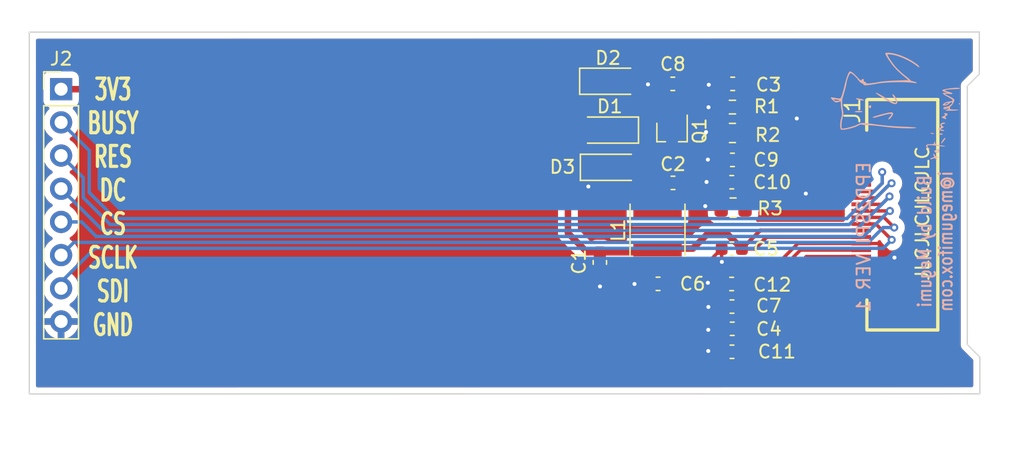
<source format=kicad_pcb>
(kicad_pcb (version 20210108) (generator pcbnew)
  (title_block (title "epd2spi") (date "2021-01-12") (rev "v 1.0") (company "megumi"))
  (layers (0 "F.Cu" signal) (31 "B.Cu" signal) (34 "B.Paste" user) (35 "F.Paste" user) (36 "B.SilkS" user "B.Silkscreen") (37 "F.SilkS" user "F.Silkscreen") (38 "B.Mask" user) (39 "F.Mask" user) (44 "Edge.Cuts" user))
  (net 0 "")
  (net 1 "GND")
  (net 2 "+3V3")
  (net 3 "Net-(C2-Pad2)")
  (net 4 "Net-(C2-Pad1)")
  (net 5 "/EPD_PREVGH")
  (net 6 "Net-(C4-Pad2)")
  (net 7 "Net-(C6-Pad1)")
  (net 8 "Net-(C7-Pad2)")
  (net 9 "/EPD_PREVGL")
  (net 10 "Net-(C9-Pad2)")
  (net 11 "Net-(C10-Pad2)")
  (net 12 "/EPD_VCOM")
  (net 13 "Net-(C12-Pad1)")
  (net 14 "EPD_SDI")
  (net 15 "EPD_SCLK")
  (net 16 "EPD_CS")
  (net 17 "EPD_DC")
  (net 18 "EPD_RES")
  (net 19 "EPD_BUSY")
  (net 20 "Net-(J1-Pad8)")
  (net 21 "no_connect_25")
  (net 22 "no_connect_24")
  (net 23 "/EPD_RESE")
  (net 24 "/EPD_GDR")
  (net 25 "no_connect_23")
  (footprint "Resistor_SMD:R_0603_1608Metric" (layer "F.Cu") (at 154.53 84.6 180)
    (fp_text reference "R1" (at -2.615 0.05) (layer "F.SilkS"))
    (fp_text value "10K")
    (fp_line (start -0.237258 0.5225) (end 0.237258 0.5225) (layer "F.SilkS") (width 0.12))
    (fp_line (start -0.237258 -0.5225) (end 0.237258 -0.5225) (layer "F.SilkS") (width 0.12))
    (pad "1" smd roundrect (at -0.825 0 180) (size 0.8 0.95) (layers "F.Cu" "F.Paste" "F.Mask") (net 24 "/EPD_GDR"))
    (pad "2" smd roundrect (at 0.825 0 180) (size 0.8 0.95) (layers "F.Cu" "F.Paste" "F.Mask") (net 1 "GND"))
  )
  (footprint "Diode_SMD:D_SOD-123" (layer "F.Cu") (at 145.15 89.21)
    (fp_text reference "D3" (at -3.62 -0.03) (layer "F.SilkS"))
    (fp_text value "MBR0530")
    (fp_line (start -2.25 1) (end 1.65 1) (layer "F.SilkS") (width 0.12))
    (fp_line (start -2.25 -1) (end -2.25 1) (layer "F.SilkS") (width 0.12))
    (fp_line (start -2.25 -1) (end 1.65 -1) (layer "F.SilkS") (width 0.12))
    (pad "1" smd rect (at -1.65 0) (size 0.9 1.2) (layers "F.Cu" "F.Paste" "F.Mask") (net 1 "GND"))
    (pad "2" smd rect (at 1.65 0) (size 0.9 1.2) (layers "F.Cu" "F.Paste" "F.Mask") (net 4 "Net-(C2-Pad1)"))
  )
  (footprint "epd:FPC-SMD_24P-L17.5-W5.4-P0.50" (layer "F.Cu") (at 165.51 92.79 90)
    (fp_text reference "J1" (at 6.83 -1.8 90) (layer "F.SilkS") (effects (font (size 1.143 1.143) (thickness 0.152)) (justify left)))
    (fp_text value "EPD_FPC" hide)
    (fp_line (start -8.872 -0.627) (end -8.872 4.723) (layer "F.SilkS") (width 0.254))
    (fp_line (start 8.77 -0.628) (end 8.77 4.722) (layer "F.SilkS") (width 0.254))
    (fp_line (start -6.570786 -0.698735) (end -8.870786 -0.698735) (layer "F.SilkS") (width 0.25))
    (fp_line (start -8.872 4.722) (end 8.77 4.722) (layer "F.SilkS") (width 0.254))
    (fp_line (start 8.7238 -0.7112) (end 6.4238 -0.7112) (layer "F.SilkS") (width 0.25))
    (pad "1" smd rect (at 5.745 -1.129 270) (size 0.3 1.5) (layers "F.Cu" "F.Paste" "F.Mask") (net 25 "no_connect_23"))
    (pad "2" smd rect (at 5.245 -1.129 270) (size 0.3 1.5) (layers "F.Cu" "F.Paste" "F.Mask") (net 24 "/EPD_GDR"))
    (pad "3" smd rect (at 4.746 -1.129 270) (size 0.3 1.5) (layers "F.Cu" "F.Paste" "F.Mask") (net 23 "/EPD_RESE"))
    (pad "4" smd rect (at 4.245 -1.129 270) (size 0.3 1.5) (layers "F.Cu" "F.Paste" "F.Mask") (net 10 "Net-(C9-Pad2)"))
    (pad "5" smd rect (at 3.746 -1.129 270) (size 0.3 1.5) (layers "F.Cu" "F.Paste" "F.Mask") (net 11 "Net-(C10-Pad2)"))
    (pad "6" smd rect (at 3.245 -1.129 270) (size 0.3 1.5) (layers "F.Cu" "F.Paste" "F.Mask") (net 22 "no_connect_24"))
    (pad "7" smd rect (at 2.746 -1.129 270) (size 0.3 1.5) (layers "F.Cu" "F.Paste" "F.Mask") (net 21 "no_connect_25"))
    (pad "8" smd rect (at 2.245 -1.129 270) (size 0.3 1.5) (layers "F.Cu" "F.Paste" "F.Mask") (net 20 "Net-(J1-Pad8)"))
    (pad "9" smd rect (at 1.746 -1.129 270) (size 0.3 1.5) (layers "F.Cu" "F.Paste" "F.Mask") (net 19 "EPD_BUSY"))
    (pad "10" smd rect (at 1.245 -1.129 270) (size 0.3 1.5) (layers "F.Cu" "F.Paste" "F.Mask") (net 18 "EPD_RES"))
    (pad "11" smd rect (at 0.746 -1.129 270) (size 0.3 1.5) (layers "F.Cu" "F.Paste" "F.Mask") (net 17 "EPD_DC"))
    (pad "12" smd rect (at 0.245 -1.129 270) (size 0.3 1.5) (layers "F.Cu" "F.Paste" "F.Mask") (net 16 "EPD_CS"))
    (pad "13" smd rect (at -0.254 -1.129 270) (size 0.3 1.5) (layers "F.Cu" "F.Paste" "F.Mask") (net 15 "EPD_SCLK"))
    (pad "14" smd rect (at -0.755 -1.129 270) (size 0.3 1.5) (layers "F.Cu" "F.Paste" "F.Mask") (net 14 "EPD_SDI"))
    (pad "15" smd rect (at -1.251 -1.13 270) (size 0.3 1.5) (layers "F.Cu" "F.Paste" "F.Mask") (net 2 "+3V3"))
    (pad "16" smd rect (at -1.754 -1.13 270) (size 0.3 1.5) (layers "F.Cu" "F.Paste" "F.Mask") (net 2 "+3V3"))
    (pad "17" smd rect (at -2.254 -1.128 270) (size 0.3 1.5) (layers "F.Cu" "F.Paste" "F.Mask") (net 1 "GND"))
    (pad "18" smd rect (at -2.754 -1.129 270) (size 0.3 1.5) (layers "F.Cu" "F.Paste" "F.Mask") (net 7 "Net-(C6-Pad1)"))
    (pad "19" smd rect (at -3.254 -1.129 270) (size 0.3 1.5) (layers "F.Cu" "F.Paste" "F.Mask") (net 13 "Net-(C12-Pad1)"))
    (pad "20" smd rect (at -3.756 -1.132 270) (size 0.3 1.5) (layers "F.Cu" "F.Paste" "F.Mask") (net 8 "Net-(C7-Pad2)"))
    (pad "21" smd rect (at -4.256 -1.132 270) (size 0.3 1.5) (layers "F.Cu" "F.Paste" "F.Mask") (net 5 "/EPD_PREVGH"))
    (pad "22" smd rect (at -4.756 -1.132 270) (size 0.3 1.5) (layers "F.Cu" "F.Paste" "F.Mask") (net 6 "Net-(C4-Pad2)"))
    (pad "23" smd rect (at -5.256 -1.132 270) (size 0.3 1.5) (layers "F.Cu" "F.Paste" "F.Mask") (net 9 "/EPD_PREVGL"))
    (pad "24" smd rect (at -5.756 -1.132 270) (size 0.3 1.5) (layers "F.Cu" "F.Paste" "F.Mask") (net 12 "/EPD_VCOM"))
    (pad "25" smd rect (at -7.401 1.132 90) (size 2 3) (layers "F.Cu" "F.Paste" "F.Mask"))
    (pad "26" smd rect (at 7.401 1.125 270) (size 2 3) (layers "F.Cu" "F.Paste" "F.Mask"))
  )
  (footprint "Capacitor_SMD:C_0603_1608Metric" (layer "F.Cu") (at 154.53 88.64)
    (fp_text reference "C9" (at 2.58 0) (layer "F.SilkS"))
    (fp_text value "4.7uF")
    (fp_line (start -0.14058 -0.51) (end 0.14058 -0.51) (layer "F.SilkS") (width 0.12))
    (fp_line (start -0.14058 0.51) (end 0.14058 0.51) (layer "F.SilkS") (width 0.12))
    (pad "1" smd roundrect (at -0.775 0) (size 0.9 0.95) (layers "F.Cu" "F.Paste" "F.Mask") (net 1 "GND"))
    (pad "2" smd roundrect (at 0.775 0) (size 0.9 0.95) (layers "F.Cu" "F.Paste" "F.Mask") (net 10 "Net-(C9-Pad2)"))
  )
  (footprint "Inductor_SMD:L_Taiyo-Yuden_MD-4040" (layer "F.Cu") (at 148.8 94.03 90)
    (fp_text reference "L1" (at 0 -3 90) (layer "F.SilkS"))
    (fp_text value "10uH")
    (fp_line (start -2 -2.1) (end 2 -2.1) (layer "F.SilkS") (width 0.12))
    (fp_line (start -2 2.1) (end 2 2.1) (layer "F.SilkS") (width 0.12))
    (pad "1" smd rect (at -1.4 0 90) (size 1.2 3.7) (layers "F.Cu" "F.Paste" "F.Mask") (net 2 "+3V3"))
    (pad "2" smd rect (at 1.4 0 90) (size 1.2 3.7) (layers "F.Cu" "F.Paste" "F.Mask") (net 3 "Net-(C2-Pad2)"))
  )
  (footprint "Diode_SMD:D_SOD-123" (layer "F.Cu") (at 145.095 82.62)
    (fp_text reference "D2" (at -0.08 -1.78) (layer "F.SilkS"))
    (fp_text value "MBR0530")
    (fp_line (start -2.25 -1) (end 1.65 -1) (layer "F.SilkS") (width 0.12))
    (fp_line (start -2.25 -1) (end -2.25 1) (layer "F.SilkS") (width 0.12))
    (fp_line (start -2.25 1) (end 1.65 1) (layer "F.SilkS") (width 0.12))
    (pad "1" smd rect (at -1.65 0) (size 0.9 1.2) (layers "F.Cu" "F.Paste" "F.Mask") (net 4 "Net-(C2-Pad1)"))
    (pad "2" smd rect (at 1.65 0) (size 0.9 1.2) (layers "F.Cu" "F.Paste" "F.Mask") (net 9 "/EPD_PREVGL"))
  )
  (footprint "Resistor_SMD:R_0805_2012Metric" (layer "F.Cu") (at 154.58 92.29)
    (fp_text reference "R3" (at 2.8325 0.07) (layer "F.SilkS"))
    (fp_text value "3")
    (fp_line (start -0.227064 0.735) (end 0.227064 0.735) (layer "F.SilkS") (width 0.12))
    (fp_line (start -0.227064 -0.735) (end 0.227064 -0.735) (layer "F.SilkS") (width 0.12))
    (pad "1" smd roundrect (at -0.9125 0) (size 1.025 1.4) (layers "F.Cu" "F.Paste" "F.Mask") (roundrect_rratio 0.243902) (net 1 "GND"))
    (pad "2" smd roundrect (at 0.9125 0) (size 1.025 1.4) (layers "F.Cu" "F.Paste" "F.Mask") (roundrect_rratio 0.243902) (net 20 "Net-(J1-Pad8)"))
  )
  (footprint "Connector_PinHeader_2.54mm:PinHeader_1x08_P2.54mm_Vertical" (layer "F.Cu") (at 103.19 83.23)
    (fp_text reference "J2" (at 0 -2.33) (layer "F.SilkS"))
    (fp_text value "Conn_01x08")
    (fp_line (start -1.33 1.27) (end -1.33 19.11) (layer "F.SilkS") (width 0.12))
    (fp_line (start -1.33 19.11) (end 1.33 19.11) (layer "F.SilkS") (width 0.12))
    (fp_line (start -1.33 -1.33) (end 0 -1.33) (layer "F.SilkS") (width 0.12))
    (fp_line (start 1.33 1.27) (end 1.33 19.11) (layer "F.SilkS") (width 0.12))
    (fp_line (start -1.33 0) (end -1.33 -1.33) (layer "F.SilkS") (width 0.12))
    (fp_line (start -1.33 1.27) (end 1.33 1.27) (layer "F.SilkS") (width 0.12))
    (pad "1" thru_hole rect (at 0 0) (size 1.7 1.7) (drill 1) (layers *.Cu *.Mask) (net 2 "+3V3"))
    (pad "2" thru_hole oval (at 0 2.54) (size 1.7 1.7) (drill 1) (layers *.Cu *.Mask) (net 19 "EPD_BUSY"))
    (pad "3" thru_hole oval (at 0 5.08) (size 1.7 1.7) (drill 1) (layers *.Cu *.Mask) (net 18 "EPD_RES"))
    (pad "4" thru_hole oval (at 0 7.62) (size 1.7 1.7) (drill 1) (layers *.Cu *.Mask) (net 17 "EPD_DC"))
    (pad "5" thru_hole oval (at 0 10.16) (size 1.7 1.7) (drill 1) (layers *.Cu *.Mask) (net 16 "EPD_CS"))
    (pad "6" thru_hole oval (at 0 12.7) (size 1.7 1.7) (drill 1) (layers *.Cu *.Mask) (net 15 "EPD_SCLK"))
    (pad "7" thru_hole oval (at 0 15.24) (size 1.7 1.7) (drill 1) (layers *.Cu *.Mask) (net 14 "EPD_SDI"))
    (pad "8" thru_hole oval (at 0 17.78) (size 1.7 1.7) (drill 1) (layers *.Cu *.Mask) (net 1 "GND"))
  )
  (footprint "Resistor_SMD:R_0805_2012Metric" (layer "F.Cu") (at 154.53 86.58 180)
    (fp_text reference "R2" (at -2.7 -0.16 180) (layer "F.SilkS"))
    (fp_text value "0.47")
    (fp_line (start -0.227064 0.735) (end 0.227064 0.735) (layer "F.SilkS") (width 0.12))
    (fp_line (start -0.227064 -0.735) (end 0.227064 -0.735) (layer "F.SilkS") (width 0.12))
    (pad "1" smd roundrect (at -0.9125 0 180) (size 1.025 1.4) (layers "F.Cu" "F.Paste" "F.Mask") (roundrect_rratio 0.243902) (net 23 "/EPD_RESE"))
    (pad "2" smd roundrect (at 0.9125 0 180) (size 1.025 1.4) (layers "F.Cu" "F.Paste" "F.Mask") (roundrect_rratio 0.243902) (net 1 "GND"))
  )
  (footprint "Capacitor_SMD:C_0603_1608Metric" (layer "F.Cu") (at 154.48 95.44 180)
    (fp_text reference "C5" (at -2.615 -0.02) (layer "F.SilkS"))
    (fp_text value "1uF")
    (fp_line (start -0.14058 -0.51) (end 0.14058 -0.51) (layer "F.SilkS") (width 0.12))
    (fp_line (start -0.14058 0.51) (end 0.14058 0.51) (layer "F.SilkS") (width 0.12))
    (pad "1" smd roundrect (at -0.775 0 180) (size 0.9 0.95) (layers "F.Cu" "F.Paste" "F.Mask") (net 2 "+3V3"))
    (pad "2" smd roundrect (at 0.775 0 180) (size 0.9 0.95) (layers "F.Cu" "F.Paste" "F.Mask") (net 1 "GND"))
  )
  (footprint "Capacitor_SMD:C_0603_1608Metric" (layer "F.Cu") (at 154.495 99.87)
    (fp_text reference "C7" (at 2.81 -0.06) (layer "F.SilkS"))
    (fp_text value "4.7uF")
    (fp_line (start -0.14058 -0.51) (end 0.14058 -0.51) (layer "F.SilkS") (width 0.12))
    (fp_line (start -0.14058 0.51) (end 0.14058 0.51) (layer "F.SilkS") (width 0.12))
    (pad "1" smd roundrect (at -0.775 0) (size 0.9 0.95) (layers "F.Cu" "F.Paste" "F.Mask") (net 1 "GND"))
    (pad "2" smd roundrect (at 0.775 0) (size 0.9 0.95) (layers "F.Cu" "F.Paste" "F.Mask") (net 8 "Net-(C7-Pad2)"))
  )
  (footprint "Capacitor_SMD:C_0603_1608Metric" (layer "F.Cu") (at 154.47 98.14 180)
    (fp_text reference "C12" (at -3.105 -0.06) (layer "F.SilkS"))
    (fp_text value "1uF")
    (fp_line (start -0.14058 -0.51) (end 0.14058 -0.51) (layer "F.SilkS") (width 0.12))
    (fp_line (start -0.14058 0.51) (end 0.14058 0.51) (layer "F.SilkS") (width 0.12))
    (pad "1" smd roundrect (at -0.775 0 180) (size 0.9 0.95) (layers "F.Cu" "F.Paste" "F.Mask") (net 13 "Net-(C12-Pad1)"))
    (pad "2" smd roundrect (at 0.775 0 180) (size 0.9 0.95) (layers "F.Cu" "F.Paste" "F.Mask") (net 1 "GND"))
  )
  (footprint "Diode_SMD:D_SOD-123" (layer "F.Cu") (at 145.095 86.36 180)
    (fp_text reference "D1" (at -0.05 1.81) (layer "F.SilkS"))
    (fp_text value "MBR0530")
    (fp_line (start -2.25 -1) (end 1.65 -1) (layer "F.SilkS") (width 0.12))
    (fp_line (start -2.25 -1) (end -2.25 1) (layer "F.SilkS") (width 0.12))
    (fp_line (start -2.25 1) (end 1.65 1) (layer "F.SilkS") (width 0.12))
    (pad "1" smd rect (at -1.65 0 180) (size 0.9 1.2) (layers "F.Cu" "F.Paste" "F.Mask") (net 5 "/EPD_PREVGH"))
    (pad "2" smd rect (at 1.65 0 180) (size 0.9 1.2) (layers "F.Cu" "F.Paste" "F.Mask") (net 3 "Net-(C2-Pad2)"))
  )
  (footprint "Capacitor_SMD:C_0603_1608Metric" (layer "F.Cu") (at 148.84 98.13 180)
    (fp_text reference "C6" (at -2.64 0) (layer "F.SilkS"))
    (fp_text value "1uF")
    (fp_line (start -0.14058 -0.51) (end 0.14058 -0.51) (layer "F.SilkS") (width 0.12))
    (fp_line (start -0.14058 0.51) (end 0.14058 0.51) (layer "F.SilkS") (width 0.12))
    (pad "1" smd roundrect (at -0.775 0 180) (size 0.9 0.95) (layers "F.Cu" "F.Paste" "F.Mask") (net 7 "Net-(C6-Pad1)"))
    (pad "2" smd roundrect (at 0.775 0 180) (size 0.9 0.95) (layers "F.Cu" "F.Paste" "F.Mask") (net 1 "GND"))
  )
  (footprint "Capacitor_SMD:C_0603_1608Metric" (layer "F.Cu") (at 149.985 90.4)
    (fp_text reference "C2" (at 0 -1.43) (layer "F.SilkS"))
    (fp_text value "4.7uF")
    (fp_line (start -0.14058 -0.51) (end 0.14058 -0.51) (layer "F.SilkS") (width 0.12))
    (fp_line (start -0.14058 0.51) (end 0.14058 0.51) (layer "F.SilkS") (width 0.12))
    (pad "1" smd roundrect (at -0.775 0) (size 0.9 0.95) (layers "F.Cu" "F.Paste" "F.Mask") (net 4 "Net-(C2-Pad1)"))
    (pad "2" smd roundrect (at 0.775 0) (size 0.9 0.95) (layers "F.Cu" "F.Paste" "F.Mask") (net 3 "Net-(C2-Pad2)"))
  )
  (footprint "Capacitor_SMD:C_0603_1608Metric" (layer "F.Cu") (at 149.97 82.82)
    (fp_text reference "C8" (at 0 -1.51) (layer "F.SilkS"))
    (fp_text value "4.7uF")
    (fp_line (start -0.14058 -0.51) (end 0.14058 -0.51) (layer "F.SilkS") (width 0.12))
    (fp_line (start -0.14058 0.51) (end 0.14058 0.51) (layer "F.SilkS") (width 0.12))
    (pad "1" smd roundrect (at -0.775 0) (size 0.9 0.95) (layers "F.Cu" "F.Paste" "F.Mask") (net 1 "GND"))
    (pad "2" smd roundrect (at 0.775 0) (size 0.9 0.95) (layers "F.Cu" "F.Paste" "F.Mask") (net 9 "/EPD_PREVGL"))
  )
  (footprint "Package_TO_SOT_SMD:SOT-323_SC-70" (layer "F.Cu") (at 149.91 86.52 -90)
    (fp_text reference "Q1" (at -0.09 -2.11 90) (layer "F.SilkS"))
    (fp_text value "SI1308EDL")
    (fp_line (start 0.73 0.5) (end 0.73 1.16) (layer "F.SilkS") (width 0.12))
    (fp_line (start 0.73 -1.16) (end -1.3 -1.16) (layer "F.SilkS") (width 0.12))
    (fp_line (start -0.68 1.16) (end 0.73 1.16) (layer "F.SilkS") (width 0.12))
    (fp_line (start 0.73 -1.16) (end 0.73 -0.5) (layer "F.SilkS") (width 0.12))
    (pad "1" smd rect (at -1 -0.65 180) (size 0.45 0.7) (layers "F.Cu" "F.Paste" "F.Mask") (net 24 "/EPD_GDR"))
    (pad "2" smd rect (at -1 0.65 180) (size 0.45 0.7) (layers "F.Cu" "F.Paste" "F.Mask") (net 23 "/EPD_RESE"))
    (pad "3" smd rect (at 1 0 180) (size 0.45 0.7) (layers "F.Cu" "F.Paste" "F.Mask") (net 3 "Net-(C2-Pad2)"))
  )
  (footprint "Capacitor_SMD:C_0603_1608Metric" (layer "F.Cu") (at 154.55 82.82 180)
    (fp_text reference "C3" (at -2.74 -0.07) (layer "F.SilkS"))
    (fp_text value "4.7uF")
    (fp_line (start -0.14058 0.51) (end 0.14058 0.51) (layer "F.SilkS") (width 0.12))
    (fp_line (start -0.14058 -0.51) (end 0.14058 -0.51) (layer "F.SilkS") (width 0.12))
    (pad "1" smd roundrect (at -0.775 0 180) (size 0.9 0.95) (layers "F.Cu" "F.Paste" "F.Mask") (net 5 "/EPD_PREVGH"))
    (pad "2" smd roundrect (at 0.775 0 180) (size 0.9 0.95) (layers "F.Cu" "F.Paste" "F.Mask") (net 1 "GND"))
  )
  (footprint "Capacitor_SMD:C_0603_1608Metric" (layer "F.Cu") (at 154.495 103.33)
    (fp_text reference "C11" (at 3.43 -0.01) (layer "F.SilkS"))
    (fp_text value "1uF")
    (fp_line (start -0.14058 -0.51) (end 0.14058 -0.51) (layer "F.SilkS") (width 0.12))
    (fp_line (start -0.14058 0.51) (end 0.14058 0.51) (layer "F.SilkS") (width 0.12))
    (pad "1" smd roundrect (at -0.775 0) (size 0.9 0.95) (layers "F.Cu" "F.Paste" "F.Mask") (net 1 "GND"))
    (pad "2" smd roundrect (at 0.775 0) (size 0.9 0.95) (layers "F.Cu" "F.Paste" "F.Mask") (net 12 "/EPD_VCOM"))
  )
  (footprint "megumi:logo_mask" (layer "F.Cu") (at 139.13 100.32)
    (fp_text reference "G***")
    (fp_text value "LOGO" hide)
  )
  (footprint "Capacitor_SMD:C_0603_1608Metric" (layer "F.Cu") (at 154.475 90.35)
    (fp_text reference "C10" (at 3.1 0) (layer "F.SilkS"))
    (fp_text value "4.7uF")
    (fp_line (start -0.14058 0.51) (end 0.14058 0.51) (layer "F.SilkS") (width 0.12))
    (fp_line (start -0.14058 -0.51) (end 0.14058 -0.51) (layer "F.SilkS") (width 0.12))
    (pad "1" smd roundrect (at -0.775 0) (size 0.9 0.95) (layers "F.Cu" "F.Paste" "F.Mask") (net 1 "GND"))
    (pad "2" smd roundrect (at 0.775 0) (size 0.9 0.95) (layers "F.Cu" "F.Paste" "F.Mask") (net 11 "Net-(C10-Pad2)"))
  )
  (footprint "Capacitor_SMD:C_0603_1608Metric" (layer "F.Cu") (at 154.515 101.57)
    (fp_text reference "C4" (at 2.8 0.02) (layer "F.SilkS"))
    (fp_text value "4.7uF")
    (fp_line (start -0.14058 0.51) (end 0.14058 0.51) (layer "F.SilkS") (width 0.12))
    (fp_line (start -0.14058 -0.51) (end 0.14058 -0.51) (layer "F.SilkS") (width 0.12))
    (pad "1" smd roundrect (at -0.775 0) (size 0.9 0.95) (layers "F.Cu" "F.Paste" "F.Mask") (net 1 "GND"))
    (pad "2" smd roundrect (at 0.775 0) (size 0.9 0.95) (layers "F.Cu" "F.Paste" "F.Mask") (net 6 "Net-(C4-Pad2)"))
  )
  (footprint "Capacitor_SMD:C_0603_1608Metric" (layer "F.Cu") (at 144.39 96.49 -90)
    (fp_text reference "C1" (at -0.05 1.6 90) (layer "F.SilkS"))
    (fp_text value "4.7uF")
    (fp_line (start -0.14058 0.51) (end 0.14058 0.51) (layer "F.SilkS") (width 0.12))
    (fp_line (start -0.14058 -0.51) (end 0.14058 -0.51) (layer "F.SilkS") (width 0.12))
    (pad "1" smd roundrect (at -0.775 0 270) (size 0.9 0.95) (layers "F.Cu" "F.Paste" "F.Mask") (net 2 "+3V3"))
    (pad "2" smd roundrect (at 0.775 0 270) (size 0.9 0.95) (layers "F.Cu" "F.Paste" "F.Mask") (net 1 "GND"))
  )
  (footprint "megumi:logo" (layer "B.Cu") (at 166.93 84.89 -90)
    (fp_text reference "G***")
    (fp_text value "LOGO" hide)
    (fp_poly (pts (xy 0.086017 3.00664) (xy 0.106205 2.877008) (xy 0.111159 2.751204) (xy 0.102023 2.583798) (xy 0.078453 2.472764) (xy 0.05558 2.445515) (xy 0.025142 2.495767) (xy 0.004954 2.625399) (xy 0 2.751204) (xy 0.009137 2.91861) (xy 0.032706 3.029643) (xy 0.05558 3.056893)) (layer "B.SilkS") (width 0) (fill solid))
    (fp_poly (pts (xy -0.500856 -4.93403) (xy -0.500219 -4.946608) (xy -0.542946 -5.000052) (xy -0.559079 -5.002188) (xy -0.592273 -4.968138) (xy -0.583589 -4.946608) (xy -0.533644 -4.893586) (xy -0.524729 -4.891028)) (layer "B.SilkS") (width 0) (fill solid))
    (fp_poly (pts (xy 0.524024 -3.6271) (xy 0.528659 -3.640953) (xy 0.585047 -3.785104) (xy 0.615906 -3.848906) (xy 0.637313 -3.927552) (xy 0.588691 -3.94617) (xy 0.502611 -3.904982) (xy 0.486373 -3.876844) (xy 0.449132 -3.861306) (xy 0.396416 -3.932423) (xy 0.312973 -4.041197) (xy 0.232058 -4.043134) (xy 0.203793 -4.020277) (xy 0.170022 -3.938779) (xy 0.174006 -3.840276) (xy 0.211386 -3.781448) (xy 0.222319 -3.779431) (xy 0.271652 -3.825501) (xy 0.282398 -3.876696) (xy 0.304472 -3.891854) (xy 0.355759 -3.820057) (xy 0.390151 -3.752112) (xy 0.455788 -3.62259) (xy 0.495535 -3.584834)) (layer "B.SilkS") (width 0) (fill solid))
    (fp_poly (pts (xy -1.529577 -3.66469) (xy -1.476039 -3.775737) (xy -1.462211 -3.819854) (xy -1.403544 -4.02954) (xy -1.396521 -3.844274) (xy -1.378743 -3.719592) (xy -1.335706 -3.688146) (xy -1.263484 -3.75281) (xy -1.158148 -3.916457) (xy -1.065082 -4.08673) (xy -0.939751 -4.304158) (xy -0.845966 -4.417393) (xy -0.781291 -4.428084) (xy -0.743289 -4.337878) (xy -0.738619 -4.30744) (xy -0.699616 -4.059617) (xy -0.698974 -4.05733) (xy -0.609677 -4.05733) (xy -0.602122 -4.11266) (xy -0.564873 -4.07123) (xy -0.555799 -4.05733) (xy -0.508004 -3.938368) (xy -0.501921 -3.89059) (xy -0.509476 -3.83526) (xy -0.546725 -3.876691) (xy -0.555799 -3.89059) (xy -0.603594 -4.009553) (xy -0.609677 -4.05733) (xy -0.698974 -4.05733) (xy -0.653568 -3.89577) (xy -0.591541 -3.788729) (xy -0.555871 -3.751706) (xy -0.473618 -3.686957) (xy -0.432406 -3.699828) (xy -0.411679 -3.745074) (xy -0.408894 -3.871425) (xy -0.458246 -4.029174) (xy -0.539105 -4.165687) (xy -0.596588 -4.216897) (xy -0.656981 -4.303277) (xy -0.658774 -4.361087) (xy -0.635939 -4.414339) (xy -0.586069 -4.398479) (xy -0.486324 -4.306418) (xy -0.385807 -4.17426) (xy -0.334992 -4.04583) (xy -0.33348 -4.026507) (xy -0.326497 -3.97396) (xy -0.2779 -3.97396) (xy -0.25011 -4.00175) (xy -0.22232 -3.97396) (xy -0.25011 -3.94617) (xy -0.2779 -3.97396) (xy -0.326497 -3.97396) (xy -0.311724 -3.862801) (xy -0.22232 -3.862801) (xy -0.19453 -3.89059) (xy -0.16674 -3.862801) (xy -0.19453 -3.835011) (xy -0.22232 -3.862801) (xy -0.311724 -3.862801) (xy -0.309244 -3.844144) (xy -0.242325 -3.740625) (xy -0.188583 -3.723851) (xy -0.123347 -3.766179) (xy -0.119963 -3.875665) (xy -0.171243 -4.010164) (xy -0.207065 -4.109129) (xy -0.201831 -4.151926) (xy -0.163505 -4.12664) (xy -0.105592 -4.02692) (xy -0.090702 -3.994321) (xy -0.050337 -3.906327) (xy -0.026237 -3.879476) (xy -0.014382 -3.926785) (xy -0.010748 -4.061268) (xy -0.01111 -4.25186) (xy -0.016798 -4.494466) (xy -0.029629 -4.691462) (xy -0.046858 -4.831836) (xy -0.065742 -4.904573) (xy -0.083535 -4.898659) (xy -0.097495 -4.80308) (xy -0.104584 -4.627024) (xy -0.110845 -4.418158) (xy -0.12575 -4.297034) (xy -0.15624 -4.240247) (xy -0.209255 -4.22439) (xy -0.224064 -4.22407) (xy -0.331297 -4.261155) (xy -0.369703 -4.309374) (xy -0.437416 -4.385344) (xy -0.567311 -4.472407) (xy -0.618792 -4.49921) (xy -0.75858 -4.561119) (xy -0.840439 -4.572064) (xy -0.904324 -4.533765) (xy -0.926424 -4.512464) (xy -0.999415 -4.411557) (xy -1.089439 -4.249789) (xy -1.147318 -4.128098) (xy -1.221724 -3.970239) (xy -1.28067 -3.863835) (xy -1.305912 -3.835011) (xy -1.315863 -3.884851) (xy -1.311265 -4.013519) (xy -1.29896 -4.1407) (xy -1.287832 -4.339091) (xy -1.307613 -4.434577) (xy -1.350228 -4.424877) (xy -1.4076 -4.307707) (xy -1.446422 -4.182385) (xy -1.494466 -4.016674) (xy -1.5357 -3.894639) (xy -1.549732 -3.862801) (xy -1.581755 -3.859423) (xy -1.611474 -3.951063) (xy -1.636357 -4.121579) (xy -1.653875 -4.354827) (xy -1.66082 -4.571444) (xy -1.670704 -4.782506) (xy -1.69096 -4.933488) (xy -1.71818 -5.000769) (xy -1.722976 -5.002188) (xy -1.75471 -4.952383) (xy -1.773069 -4.825668) (xy -1.775068 -4.738183) (xy -1.763625 -4.522004) (xy -1.737588 -4.282948) (xy -1.701637 -4.047621) (xy -1.660446 -3.842634) (xy -1.618694 -3.694593) (xy -1.581057 -3.630107) (xy -1.580242 -3.629807)) (layer "B.SilkS") (width 0) (fill solid))
    (fp_poly (pts (xy 2.501094 -3.554811) (xy 2.460753 -3.614901) (xy 2.363397 -3.707409) (xy 2.244529 -3.803133) (xy 2.13965 -3.872868) (xy 2.092893 -3.89059) (xy 2.058514 -3.850314) (xy 2.058564 -3.848906) (xy 2.098105 -3.795691) (xy 2.192392 -3.718029) (xy 2.310087 -3.636746) (xy 2.419853 -3.572666) (xy 2.490353 -3.546616)) (layer "B.SilkS") (width 0) (fill solid))
    (fp_poly (pts (xy 0.525135 1.598338) (xy 0.491956 1.422152) (xy 0.417814 1.145051) (xy 0.391583 1.055529) (xy 0.291538 0.694842) (xy 0.235936 0.435875) (xy 0.224755 0.278467) (xy 0.257969 0.222462) (xy 0.260963 0.22232) (xy 0.322353 0.257341) (xy 0.426172 0.344189) (xy 0.454913 0.371113) (xy 0.563202 0.455928) (xy 0.640767 0.483128) (xy 0.652445 0.477679) (xy 0.644661 0.418347) (xy 0.569788 0.327514) (xy 0.456719 0.22975) (xy 0.334347 0.149624) (xy 0.231565 0.111708) (xy 0.221442 0.11116) (xy 0.144224 0.13427) (xy 0.114012 0.223071) (xy 0.111159 0.298513) (xy 0.125191 0.4128) (xy 0.162537 0.596858) (xy 0.216077 0.823727) (xy 0.278689 1.066449) (xy 0.343252 1.298066) (xy 0.402646 1.491618) (xy 0.449748 1.620148) (xy 0.46955 1.655254) (xy 0.517587 1.675431)) (layer "B.SilkS") (width 0) (fill solid))
    (fp_poly (pts (xy 1.702599 -2.74354) (xy 1.719759 -2.758327) (xy 1.761462 -2.854997) (xy 1.763438 -2.980647) (xy 1.744713 -3.067052) (xy 1.731227 -3.062258) (xy 1.730544 -3.056892) (xy 1.710317 -2.938968) (xy 1.686865 -2.834573) (xy 1.672335 -2.743229)) (layer "B.SilkS") (width 0) (fill solid))
    (fp_poly (pts (xy 3.709174 -2.763444) (xy 3.695702 -2.820678) (xy 3.635232 -2.992201) (xy 3.630915 -3.091615) (xy 3.68232 -3.142495) (xy 3.689755 -3.145533) (xy 3.767159 -3.200856) (xy 3.779431 -3.231534) (xy 3.739642 -3.251092) (xy 3.671961 -3.225607) (xy 3.592356 -3.199679) (xy 3.554325 -3.253255) (xy 3.541339 -3.320916) (xy 3.525168 -3.416512) (xy 3.516657 -3.410108) (xy 3.509874 -3.297169) (xy 3.509859 -3.296852) (xy 3.473938 -3.148336) (xy 3.390372 -3.084682) (xy 3.300548 -3.034783) (xy 3.279212 -2.997567) (xy 3.301497 -2.95012) (xy 3.38224 -2.969355) (xy 3.442976 -2.99972) (xy 3.517487 -3.020583) (xy 3.558862 -2.962881) (xy 3.576883 -2.888561) (xy 3.618446 -2.772349) (xy 3.672339 -2.723418) (xy 3.672828 -2.723413)) (layer "B.SilkS") (width 0) (fill solid))
    (fp_poly (pts (xy -0.973805 4.865688) (xy -0.874149 4.785097) (xy -0.804242 4.714052) (xy -0.69316 4.582595) (xy -0.648326 4.485523) (xy -0.655207 4.380863) (xy -0.669735 4.325548) (xy -0.705107 4.198518) (xy -0.72224 4.129731) (xy -0.722539 4.127172) (xy -0.673203 4.118191) (xy -0.55015 4.113244) (xy -0.502955 4.112911) (xy -0.310269 4.100422) (xy -0.086328 4.069034) (xy -0.007071 4.053655) (xy 0.206528 4.022987) (xy 0.390305 4.041711) (xy 0.525616 4.081445) (xy 0.732668 4.133219) (xy 0.958824 4.161278) (xy 1.172019 4.164999) (xy 1.340188 4.143758) (xy 1.42973 4.099016) (xy 1.448794 4.003828) (xy 1.436504 3.831643) (xy 1.399017 3.610105) (xy 1.342492 3.366855) (xy 1.273088 3.129535) (xy 1.196962 2.925789) (xy 1.145148 2.821629) (xy 1.070651 2.674574) (xy 1.037129 2.566324) (xy 1.042215 2.533413) (xy 1.063163 2.46081) (xy 1.079194 2.308855) (xy 1.087054 2.109341) (xy 1.087223 2.093499) (xy 1.096049 1.897535) (xy 1.118104 1.621799) (xy 1.150508 1.296504) (xy 1.190382 0.951865) (xy 1.212277 0.781304) (xy 1.249838 0.4586) (xy 1.28137 0.108912) (xy 1.306356 -0.250765) (xy 1.32428 -0.603435) (xy 1.334623 -0.932103) (xy 1.33687 -1.219773) (xy 1.330503 -1.449449) (xy 1.315005 -1.604136) (xy 1.289858 -1.666839) (xy 1.286776 -1.667396) (xy 1.270477 -1.614656) (xy 1.252959 -1.467738) (xy 1.235518 -1.243595) (xy 1.219451 -0.959181) (xy 1.206054 -0.631449) (xy 1.204929 -0.597483) (xy 1.174187 0.023012) (xy 1.123773 0.650758) (xy 1.05805 1.2343) (xy 1.036519 1.389497) (xy 0.980655 1.783955) (xy 0.943301 2.086393) (xy 0.924596 2.314424) (xy 0.924676 2.485657) (xy 0.943679 2.617705) (xy 0.98174 2.728179) (xy 1.038998 2.834689) (xy 1.047879 2.849196) (xy 1.105872 2.97346) (xy 1.170415 3.158329) (xy 1.234515 3.376213) (xy 1.291179 3.599522) (xy 1.333413 3.800664) (xy 1.354224 3.952049) (xy 1.34662 4.026086) (xy 1.346269 4.026452) (xy 1.259811 4.052933) (xy 1.099451 4.058069) (xy 0.89989 4.044223) (xy 0.695829 4.013756) (xy 0.526777 3.970679) (xy 0.324203 3.918772) (xy 0.132174 3.917206) (xy -0.017069 3.94093) (xy -0.257522 3.978352) (xy -0.508986 4.001441) (xy -0.736023 4.008406) (xy -0.903195 3.997456) (xy -0.944858 3.987828) (xy -1.135749 3.928082) (xy -1.367793 3.861199) (xy -1.612962 3.794535) (xy -1.84323 3.735444) (xy -2.030568 3.691282) (xy -2.146948 3.669404) (xy -2.162589 3.668272) (xy -2.286112 3.649043) (xy -2.451398 3.600004) (xy -2.625961 3.534127) (xy -2.777318 3.464385) (xy -2.872984 3.403749) (xy -2.890153 3.37773) (xy -2.84915 3.271887) (xy -2.741379 3.126181) (xy -2.589702 2.966502) (xy -2.416978 2.818741) (xy -2.360478 2.777847) (xy -2.202871 2.648651) (xy -2.119993 2.534898) (xy -2.112035 2.498424) (xy -2.073806 2.407932) (xy -2.022261 2.389935) (xy -1.979588 2.364278) (xy -1.959434 2.280374) (xy -1.96251 2.127821) (xy -1.989526 1.896215) (xy -2.041194 1.575155) (xy -2.100073 1.250547) (xy -2.137884 0.97537) (xy -2.166812 0.619234) (xy -2.186306 0.212031) (xy -2.195819 -0.216351) (xy -2.194801 -0.636022) (xy -2.182703 -1.017093) (xy -2.158976 -1.329675) (xy -2.148942 -1.409625) (xy -2.128052 -1.5998) (xy -2.134848 -1.69128) (xy -2.16269 -1.698229) (xy -2.2093 -1.62356) (xy -2.250147 -1.484392) (xy -2.257942 -1.441887) (xy -2.289256 -1.304153) (xy -2.324611 -1.228041) (xy -2.334514 -1.222757) (xy -2.383824 -1.181478) (xy -2.48377 -1.070127) (xy -2.618121 -0.907434) (xy -2.722022 -0.775523) (xy -2.911545 -0.546167) (xy -3.121291 -0.316783) (xy -3.316096 -0.125092) (xy -3.382608 -0.06688) (xy -3.60692 0.110987) (xy -3.828816 0.272166) (xy -4.029822 0.404834) (xy -4.191464 0.49717) (xy -4.29527 0.537349) (xy -4.320567 0.533409) (xy -4.329885 0.464336) (xy -4.319962 0.316977) (xy -4.292983 0.122123) (xy -4.29022 0.105791) (xy -4.213199 -0.198006) (xy -4.084512 -0.552389) (xy -3.92081 -0.920253) (xy -3.738745 -1.264495) (xy -3.554966 -1.548012) (xy -3.537891 -1.570612) (xy -3.430071 -1.715215) (xy -3.356423 -1.822011) (xy -3.334792 -1.862406) (xy -3.365031 -1.895373) (xy -3.441631 -1.853514) (xy -3.543416 -1.750291) (xy -3.575916 -1.709081) (xy -3.846653 -1.303207) (xy -4.078436 -0.866387) (xy -4.262532 -0.421844) (xy -4.390205 0.0072) (xy -4.452724 0.397524) (xy -4.453854 0.625274) (xy -4.43719 0.690751) (xy -4.390767 0.71227) (xy -4.30018 0.684914) (xy -4.151026 0.603767) (xy -3.928901 0.46391) (xy -3.871324 0.426417) (xy -3.493242 0.155025) (xy -3.148743 -0.148623) (xy -2.807747 -0.512489) (xy -2.620808 -0.736038) (xy -2.362145 -1.055227) (xy -2.326259 -0.096869) (xy -2.310328 0.241698) (xy -2.28931 0.56278) (xy -2.26531 0.840841) (xy -2.240432 1.050347) (xy -2.224382 1.139388) (xy -2.18379 1.345241) (xy -2.144582 1.601145) (xy -2.119289 1.813943) (xy -2.102543 2.024003) (xy -2.104991 2.141906) (xy -2.128177 2.185243) (xy -2.151691 2.183161) (xy -2.210385 2.203111) (xy -2.223195 2.267625) (xy -2.24851 2.349859) (xy -2.334355 2.350459) (xy -2.420764 2.362235) (xy -2.448234 2.428338) (xy -2.41106 2.505512) (xy -2.359053 2.537762) (xy -2.333929 2.573977) (xy -2.37702 2.647204) (xy -2.496851 2.769236) (xy -2.582989 2.847593) (xy -2.748876 3.006975) (xy -2.889153 3.162278) (xy -2.974264 3.280697) (xy -2.975807 3.283629) (xy -3.021798 3.384791) (xy -3.012557 3.447926) (xy -2.93114 3.506766) (xy -2.83976 3.554466) (xy -2.691588 3.615266) (xy -2.470031 3.688494) (xy -2.21034 3.763023) (xy -2.04708 3.804657) (xy -1.66001 3.900615) (xy -1.370297 3.978626) (xy -1.166301 4.042555) (xy -1.03638 4.096269) (xy -0.968893 4.143631) (xy -0.95447 4.167445) (xy -0.952671 4.258676) (xy -0.973542 4.416791) (xy -0.998237 4.541634) (xy -1.01403 4.629339) (xy -0.871027 4.629339) (xy -0.869541 4.511199) (xy -0.851999 4.384335) (xy -0.82594 4.239981) (xy -0.808319 4.196331) (xy -0.790226 4.244294) (xy -0.776636 4.30744) (xy -0.767512 4.46157) (xy -0.792472 4.576205) (xy -0.844581 4.653447) (xy -0.871027 4.629339) (xy -1.01403 4.629339) (xy -1.02926 4.71391) (xy -1.037982 4.839625) (xy -1.028736 4.881258)) (layer "B.SilkS") (width 0) (fill solid))
    (fp_poly (pts (xy -0.914727 2.939167) (xy -0.861902 2.843487) (xy -0.816697 2.672935) (xy -0.80417 2.598359) (xy -0.790064 2.419464) (xy -0.807799 2.340813) (xy -0.846461 2.360044) (xy -0.895136 2.474791) (xy -0.932455 2.626149) (xy -0.960695 2.792988) (xy -0.971307 2.9095) (xy -0.966683 2.942028)) (layer "B.SilkS") (width 0) (fill solid))
    (fp_poly (pts (xy 1.438437 -3.363046) (xy 1.479683 -3.438795) (xy 1.514617 -3.555874) (xy 1.537599 -3.680289) (xy 1.542993 -3.77804) (xy 1.525158 -3.815131) (xy 1.512104 -3.807221) (xy 1.459812 -3.712071) (xy 1.434503 -3.612691) (xy 1.414517 -3.473741) (xy 1.325841 -3.636392) (xy 1.263426 -3.743114) (xy 1.2249 -3.759808) (xy 1.181015 -3.694083) (xy 1.171592 -3.676521) (xy 1.094352 -3.592224) (xy 1.028346 -3.610553) (xy 1.000437 -3.723851) (xy 0.974152 -3.82888) (xy 0.944857 -3.862801) (xy 0.903345 -3.843441) (xy 0.889278 -3.758891) (xy 0.924321 -3.614203) (xy 0.978536 -3.531373) (xy 1.063282 -3.473319) (xy 1.14362 -3.504921) (xy 1.154314 -3.513508) (xy 1.233978 -3.55068) (xy 1.260489 -3.529321) (xy 1.328727 -3.394494) (xy 1.400697 -3.345728)) (layer "B.SilkS") (width 0) (fill solid))
    (fp_poly (pts (xy -0.262477 1.955439) (xy -0.253003 1.947697) (xy -0.194102 1.876307) (xy -0.194619 1.84331) (xy -0.269184 1.808387) (xy -0.368314 1.794889) (xy -0.437059 1.807827) (xy -0.443788 1.82059) (xy -0.416452 1.898984) (xy -0.392444 1.941722) (xy -0.337418 1.992638)) (layer "B.SilkS") (width 0) (fill solid))
    (fp_poly (pts (xy -1.315029 1.387512) (xy -1.239567 1.287686) (xy -1.126132 1.117606) (xy -0.991024 0.904024) (xy -0.850545 0.673696) (xy -0.720997 0.453375) (xy -0.618682 0.269814) (xy -0.559901 0.149768) (xy -0.558242 0.145504) (xy -0.515621 -0.045412) (xy -0.553275 -0.165374) (xy -0.662903 -0.210589) (xy -0.836202 -0.177264) (xy -1.042123 -0.075557) (xy -1.17914 0.021338) (xy -1.26438 0.109108) (xy -1.278337 0.14337) (xy -1.241822 0.167896) (xy -1.129329 0.12115) (xy -1.017346 0.054356) (xy -0.822674 -0.060757) (xy -0.693076 -0.114551) (xy -0.628418 -0.102075) (xy -0.628567 -0.018372) (xy -0.693391 0.141512) (xy -0.822756 0.38253) (xy -1.000438 0.683119) (xy -1.169395 0.969117) (xy -1.29406 1.195026) (xy -1.371231 1.353678) (xy -1.397706 1.437904) (xy -1.370284 1.440537)) (layer "B.SilkS") (width 0) (fill solid))
    (fp_poly (pts (xy 1.782901 -3.372485) (xy 1.821565 -3.468419) (xy 1.824585 -3.583463) (xy 1.799059 -3.67841) (xy 1.764661 -3.69213) (xy 1.734854 -3.610795) (xy 1.722976 -3.481152) (xy 1.734181 -3.371302) (xy 1.770979 -3.361986)) (layer "B.SilkS") (width 0) (fill solid))
    (fp_poly (pts (xy 2.83132 -2.47036) (xy 2.915706 -2.577398) (xy 2.942817 -2.662553) (xy 2.92634 -2.705972) (xy 2.874659 -2.65663) (xy 2.852668 -2.626148) (xy 2.7622 -2.533096) (xy 2.688844 -2.501094) (xy 2.640075 -2.537681) (xy 2.618259 -2.652855) (xy 2.623388 -2.854738) (xy 2.655452 -3.151449) (xy 2.687843 -3.379878) (xy 2.715046 -3.593322) (xy 2.72717 -3.761042) (xy 2.722607 -3.855923) (xy 2.716696 -3.866952) (xy 2.689513 -3.830893) (xy 2.660379 -3.71174) (xy 2.640107 -3.571757) (xy 2.61318 -3.350504) (xy 2.586588 -3.215813) (xy 2.549953 -3.143605) (xy 2.492891 -3.1098) (xy 2.435018 -3.096049) (xy 2.306564 -3.071004) (xy 2.433665 -3.029141) (xy 2.512401 -2.988264) (xy 2.545584 -2.912179) (xy 2.546519 -2.766024) (xy 2.544825 -2.737842) (xy 2.556323 -2.537936) (xy 2.615452 -2.422616) (xy 2.713263 -2.400237)) (layer "B.SilkS") (width 0) (fill solid))
    (fp_poly (pts (xy 3.143723 -3.059765) (xy 3.212824 -3.16367) (xy 3.223632 -3.219322) (xy 3.18951 -3.335097) (xy 3.109162 -3.41574) (xy 3.015614 -3.443564) (xy 2.941893 -3.400879) (xy 2.9302 -3.376477) (xy 2.935946 -3.281395) (xy 2.938044 -3.275738) (xy 3.011734 -3.275738) (xy 3.026906 -3.327415) (xy 3.060366 -3.324371) (xy 3.144597 -3.254002) (xy 3.157631 -3.227106) (xy 3.142459 -3.175429) (xy 3.108999 -3.178473) (xy 3.024767 -3.248842) (xy 3.011734 -3.275738) (xy 2.938044 -3.275738) (xy 2.984569 -3.150304) (xy 2.98461 -3.150224) (xy 3.049697 -3.047801) (xy 3.108333 -3.036191)) (layer "B.SilkS") (width 0) (fill solid))
  )
  (gr_line (start 173.41 82.07) (end 172.49 82.99) (layer "Edge.Cuts") (width 0.1))
  (gr_line (start 173.45 106.55) (end 100.76 106.56) (layer "Edge.Cuts") (width 0.1))
  (gr_line (start 172.49 102.78) (end 173.45 103.74) (layer "Edge.Cuts") (width 0.1))
  (gr_line (start 173.41 78.85) (end 173.41 82.07) (layer "Edge.Cuts") (width 0.1))
  (gr_line (start 173.45 103.74) (end 173.45 106.55) (layer "Edge.Cuts") (width 0.1))
  (gr_line (start 100.76 78.86) (end 173.41 78.85) (layer "Edge.Cuts") (width 0.1))
  (gr_line (start 172.49 82.99) (end 172.49 102.78) (layer "Edge.Cuts") (width 0.1))
  (gr_line (start 100.76 106.56) (end 100.76 78.86) (layer "Edge.Cuts") (width 0.1))
  (gr_text "EPD2SPI VER 1" (at 164.57 94.56 90) (layer "B.SilkS") (effects (font (size 1 1)) (justify mirror)))
  (gr_text "Build by Megumi\ni@megumifox.com" (at 170.04 94.88 90) (layer "B.SilkS") (effects (font (size 1 0.8)) (justify mirror)))
  (gr_text "3V3\nBUSY\nRES\nDC\nCS\nSCLK\nSDI\nGND" (at 107.16 92.27) (layer "F.SilkS") (effects (font (size 1.6 1) (thickness 0.25))))
  (gr_text "JLCJLCJLCJLC" (at 169.06 92.75 90) (layer "F.SilkS") (effects (font (size 1 1))))
  (segment (start 152.72 82.89) (end 153.705 82.89) (width 0.26) (layer "F.Cu") (net 1))
  (segment (start 152.69 99.9) (end 153.69 99.9) (width 0.26) (layer "F.Cu") (net 1))
  (segment (start 148.065 98.055) (end 149.42 96.7) (width 0.26) (layer "F.Cu") (net 1))
  (segment (start 149.42 96.7) (end 152.445 96.7) (width 0.26) (layer "F.Cu") (net 1))
  (segment (start 152.55 90.33) (end 153.68 90.33) (width 0.26) (layer "F.Cu") (net 1))
  (segment (start 152.51 86.51) (end 153.5475 86.51) (width 0.26) (layer "F.Cu") (net 1))
  (segment (start 152.68 101.65) (end 153.66 101.65) (width 0.26) (layer "F.Cu") (net 1))
  (segment (start 157.77 96.8) (end 154.07 96.8) (width 0.26) (layer "F.Cu") (net 1))
  (segment (start 152.45 92.18) (end 153.5575 92.18) (width 0.26) (layer "F.Cu") (net 1))
  (segment (start 147.04 98.14) (end 148.055 98.14) (width 0.26) (layer "F.Cu") (net 1))
  (segment (start 153.755 88.64) (end 153.755 92.2025) (width 0.26) (layer "F.Cu") (net 1))
  (segment (start 143.51 90.68) (end 143.5 90.67) (width 0.26) (layer "F.Cu") (net 1))
  (segment (start 143.5 90.67) (end 143.5 89.21) (width 0.26) (layer "F.Cu") (net 1))
  (segment (start 152.65 98.05) (end 153.605 98.05) (width 0.26) (layer "F.Cu") (net 1))
  (segment (start 166.92 96.12) (end 165.844 95.044) (width 0.26) (layer "F.Cu") (net 1))
  (segment (start 148.07 82.86) (end 149.155 82.86) (width 0.26) (layer "F.Cu") (net 1))
  (segment (start 154.07 96.8) (end 153.705 96.435) (width 0.26) (layer "F.Cu") (net 1))
  (segment (start 165.844 95.044) (end 164.382 95.044) (width 0.26) (layer "F.Cu") (net 1))
  (segment (start 153.705 96.435) (end 153.705 95.44) (width 0.26) (layer "F.Cu") (net 1))
  (segment (start 152.445 96.7) (end 153.705 95.44) (width 0.26) (layer "F.Cu") (net 1))
  (segment (start 152.65 88.62) (end 153.735 88.62) (width 0.26) (layer "F.Cu") (net 1))
  (segment (start 159.526 95.044) (end 157.77 96.8) (width 0.26) (layer "F.Cu") (net 1))
  (segment (start 164.382 95.044) (end 159.526 95.044) (width 0.26) (layer "F.Cu") (net 1))
  (segment (start 152.7 84.61) (end 153.695 84.61) (width 0.26) (layer "F.Cu") (net 1))
  (segment (start 153.695 98.14) (end 153.695 103.305) (width 0.26) (layer "F.Cu") (net 1))
  (segment (start 144.4 98.33) (end 144.4 97.275) (width 0.26) (layer "F.Cu") (net 1))
  (segment (start 152.68 103.27) (end 153.66 103.27) (width 0.26) (layer "F.Cu") (net 1))
  (via (at 152.68 101.65) (size 0.61) (drill 0.305) (layers "F.Cu" "B.Cu") (net 1))
  (via (at 152.55 90.33) (size 0.61) (drill 0.305) (layers "F.Cu" "B.Cu") (net 1))
  (via (at 148.07 82.86) (size 0.61) (drill 0.305) (layers "F.Cu" "B.Cu") (net 1))
  (via (at 153.72 96.45) (size 0.61) (drill 0.305) (layers "F.Cu" "B.Cu") (net 1))
  (via (at 143.51 90.68) (size 0.61) (drill 0.305) (layers "F.Cu" "B.Cu") (net 1))
  (via (at 152.65 88.62) (size 0.61) (drill 0.305) (layers "F.Cu" "B.Cu") (net 1))
  (via (at 152.69 99.9) (size 0.61) (drill 0.305) (layers "F.Cu" "B.Cu") (net 1))
  (via (at 144.4 98.33) (size 0.61) (drill 0.305) (layers "F.Cu" "B.Cu") (net 1))
  (via (at 152.7 84.61) (size 0.61) (drill 0.305) (layers "F.Cu" "B.Cu") (net 1))
  (via (at 147.04 98.14) (size 0.61) (drill 0.305) (layers "F.Cu" "B.Cu") (net 1))
  (via (at 152.65 98.05) (size 0.61) (drill 0.305) (layers "F.Cu" "B.Cu") (net 1))
  (via (at 152.72 82.89) (size 0.61) (drill 0.305) (layers "F.Cu" "B.Cu") (net 1))
  (via (at 159.45 85.47) (size 0.61) (drill 0.305) (layers "F.Cu" "B.Cu") (net 1))
  (via (at 152.45 92.18) (size 0.61) (drill 0.305) (layers "F.Cu" "B.Cu") (net 1))
  (via (at 152.51 86.51) (size 0.61) (drill 0.305) (layers "F.Cu" "B.Cu") (net 1))
  (via (at 160.14 91.22) (size 0.61) (drill 0.305) (layers "F.Cu" "B.Cu") (net 1))
  (via (at 152.68 103.27) (size 0.61) (drill 0.305) (layers "F.Cu" "B.Cu") (net 1))
  (via (at 166.92 96.12) (size 0.61) (drill 0.305) (layers "F.Cu" "B.Cu") (net 1))
  (segment (start 141.94498 87.638181) (end 141.95 87.643201) (width 0.5) (layer "F.Cu") (net 2))
  (segment (start 148.8 95.43) (end 151.5 95.43) (width 0.5) (layer "F.Cu") (net 2))
  (segment (start 164.38 94.544) (end 157.146 94.544) (width 0.3) (layer "F.Cu") (net 2))
  (segment (start 164.38 94.041) (end 156.654 94.041) (width 0.3) (layer "F.Cu") (net 2))
  (segment (start 141.95 94.24) (end 143.425 95.715) (width 0.5) (layer "F.Cu") (net 2))
  (segment (start 155.255 95.44) (end 156.25 95.44) (width 0.3) (layer "F.Cu") (net 2))
  (segment (start 152.54 94.39) (end 154.205 94.39) (width 0.5) (layer "F.Cu") (net 2))
  (segment (start 151.5 95.43) (end 152.54 94.39) (width 0.5) (layer "F.Cu") (net 2))
  (segment (start 156.25 95.44) (end 157.146 94.544) (width 0.3) (layer "F.Cu") (net 2))
  (segment (start 141.94498 85.14498) (end 141.94498 87.638181) (width 0.5) (layer "F.Cu") (net 2))
  (segment (start 103.19 83.23) (end 140.03 83.23) (width 0.5) (layer "F.Cu") (net 2))
  (segment (start 156.654 94.041) (end 155.255 95.44) (width 0.3) (layer "F.Cu") (net 2))
  (segment (start 143.425 95.715) (end 144.39 95.715) (width 0.5) (layer "F.Cu") (net 2))
  (segment (start 141.95 87.643201) (end 141.95 94.24) (width 0.5) (layer "F.Cu") (net 2))
  (segment (start 144.39 95.715) (end 148.515 95.715) (width 0.5) (layer "F.Cu") (net 2))
  (segment (start 154.205 94.39) (end 155.255 95.44) (width 0.5) (layer "F.Cu") (net 2))
  (segment (start 140.03 83.23) (end 141.94498 85.14498) (width 0.5) (layer "F.Cu") (net 2))
  (segment (start 148.8 92.63) (end 150.76 90.67) (width 0.26) (layer "F.Cu") (net 3))
  (segment (start 143.445 86.36) (end 144.605 87.52) (width 0.26) (layer "F.Cu") (net 3))
  (segment (start 149.91 87.52) (end 149.91 88.31) (width 0.26) (layer "F.Cu") (net 3))
  (segment (start 149.91 88.31) (end 150.76 89.16) (width 0.26) (layer "F.Cu") (net 3))
  (segment (start 144.605 87.52) (end 149.91 87.52) (width 0.26) (layer "F.Cu") (net 3))
  (segment (start 150.76 89.16) (end 150.76 90.4) (width 0.26) (layer "F.Cu") (net 3))
  (segment (start 146.8 89.21) (end 148.02 89.21) (width 0.26) (layer "F.Cu") (net 4))
  (segment (start 144.05 87.77) (end 142.89 87.77) (width 0.26) (layer "F.Cu") (net 4))
  (segment (start 146.8 89.21) (end 145.49 89.21) (width 0.26) (layer "F.Cu") (net 4))
  (segment (start 142.52 83.545) (end 143.445 82.62) (width 0.26) (layer "F.Cu") (net 4))
  (segment (start 148.02 89.21) (end 149.21 90.4) (width 0.26) (layer "F.Cu") (net 4))
  (segment (start 142.89 87.77) (end 142.52 87.4) (width 0.26) (layer "F.Cu") (net 4))
  (segment (start 142.52 87.4) (end 142.52 83.545) (width 0.26) (layer "F.Cu") (net 4))
  (segment (start 145.49 89.21) (end 144.05 87.77) (width 0.26) (layer "F.Cu") (net 4))
  (segment (start 167.91 82.82) (end 155.325 82.82) (width 0.26) (layer "F.Cu") (net 5))
  (segment (start 155.325 83.295) (end 154.91 83.71) (width 0.26) (layer "F.Cu") (net 5))
  (segment (start 148.34 83.71) (end 146.745 85.305) (width 0.26) (layer "F.Cu") (net 5))
  (segment (start 167.524 97.046) (end 169.04 95.53) (width 0.26) (layer "F.Cu") (net 5))
  (segment (start 146.745 85.305) (end 146.745 86.36) (width 0.26) (layer "F.Cu") (net 5))
  (segment (start 169.04 83.95) (end 167.91 82.82) (width 0.26) (layer "F.Cu") (net 5))
  (segment (start 169.04 95.53) (end 169.04 83.95) (width 0.26) (layer "F.Cu") (net 5))
  (segment (start 164.378 97.046) (end 167.524 97.046) (width 0.26) (layer "F.Cu") (net 5))
  (segment (start 155.325 82.82) (end 155.325 83.295) (width 0.26) (layer "F.Cu") (net 5))
  (segment (start 154.91 83.71) (end 148.34 83.71) (width 0.26) (layer "F.Cu") (net 5))
  (segment (start 160.314 97.546) (end 164.378 97.546) (width 0.26) (layer "F.Cu") (net 6))
  (segment (start 156.29 101.57) (end 160.314 97.546) (width 0.26) (layer "F.Cu") (net 6))
  (segment (start 155.29 101.57) (end 156.29 101.57) (width 0.26) (layer "F.Cu") (net 6))
  (segment (start 150.475 97.27) (end 149.615 98.13) (width 0.26) (layer "F.Cu") (net 7))
  (segment (start 158 97.27) (end 150.475 97.27) (width 0.26) (layer "F.Cu") (net 7))
  (segment (start 159.726 95.544) (end 158 97.27) (width 0.26) (layer "F.Cu") (net 7))
  (segment (start 164.381 95.544) (end 159.726 95.544) (width 0.26) (layer "F.Cu") (net 7))
  (segment (start 164.352 96.52) (end 164.378 96.546) (width 0.26) (layer "F.Cu") (net 8))
  (segment (start 155.27 99.87) (end 157.12 99.87) (width 0.26) (layer "F.Cu") (net 8))
  (segment (start 160.444 96.546) (end 164.378 96.546) (width 0.26) (layer "F.Cu") (net 8))
  (segment (start 157.12 99.87) (end 160.444 96.546) (width 0.26) (layer "F.Cu") (net 8))
  (segment (start 169.49502 83.761524) (end 167.723496 81.99) (width 0.26) (layer "F.Cu") (net 9))
  (segment (start 167.167495 98.046) (end 169.49502 95.718476) (width 0.26) (layer "F.Cu") (net 9))
  (segment (start 146.745 82.62) (end 147.475 81.89) (width 0.26) (layer "F.Cu") (net 9))
  (segment (start 151.575 81.99) (end 150.745 82.82) (width 0.26) (layer "F.Cu") (net 9))
  (segment (start 169.49502 95.718476) (end 169.49502 83.761524) (width 0.26) (layer "F.Cu") (net 9))
  (segment (start 167.723496 81.99) (end 151.575 81.99) (width 0.26) (layer "F.Cu") (net 9))
  (segment (start 164.378 98.046) (end 167.167495 98.046) (width 0.26) (layer "F.Cu") (net 9))
  (segment (start 149.815 81.89) (end 150.745 82.82) (width 0.26) (layer "F.Cu") (net 9))
  (segment (start 147.475 81.89) (end 149.815 81.89) (width 0.26) (layer "F.Cu") (net 9))
  (segment (start 164.381 88.545) (end 155.4 88.545) (width 0.26) (layer "F.Cu") (net 10))
  (segment (start 164.381 89.044) (end 156.556 89.044) (width 0.26) (layer "F.Cu") (net 11))
  (segment (start 156.556 89.044) (end 155.25 90.35) (width 0.26) (layer "F.Cu") (net 11))
  (segment (start 155.27 103.33) (end 160.054 98.546) (width 0.26) (layer "F.Cu") (net 12))
  (segment (start 164.378 98.546) (end 160.054 98.546) (width 0.26) (layer "F.Cu") (net 12))
  (segment (start 155.245 98.14) (end 158.08 98.14) (width 0.26) (layer "F.Cu") (net 13))
  (segment (start 158.08 98.14) (end 160.176 96.044) (width 0.26) (layer "F.Cu") (net 13))
  (segment (start 160.176 96.044) (end 164.381 96.044) (width 0.26) (layer "F.Cu") (net 13))
  (segment (start 166.71 94.76) (end 165.495 93.545) (width 0.26) (layer "F.Cu") (net 14))
  (segment (start 165.495 93.545) (end 164.381 93.545) (width 0.26) (layer "F.Cu") (net 14))
  (via (at 166.71 94.76) (size 0.61) (drill 0.305) (layers "F.Cu" "B.Cu") (net 14))
  (segment (start 105.77 95.41) (end 166.06 95.41) (width 0.26) (layer "B.Cu") (net 14))
  (segment (start 103.2 97.98) (end 105.77 95.41) (width 0.26) (layer "B.Cu") (net 14))
  (segment (start 166.06 95.41) (end 166.71 94.76) (width 0.26) (layer "B.Cu") (net 14))
  (segment (start 166.124 93.044) (end 164.381 93.044) (width 0.26) (layer "F.Cu") (net 15))
  (segment (start 166.9 93.82) (end 166.124 93.044) (width 0.26) (layer "F.Cu") (net 15))
  (via (at 166.9 93.82) (size 0.61) (drill 0.305) (layers "F.Cu" "B.Cu") (net 15))
  (segment (start 104.16502 94.95498) (end 103.19 95.93) (width 0.26) (layer "B.Cu") (net 15))
  (segment (start 166.9 93.82) (end 166.06 93.82) (width 0.26) (layer "B.Cu") (net 15))
  (segment (start 166.06 93.82) (end 164.92502 94.95498) (width 0.26) (layer "B.Cu") (net 15))
  (segment (start 164.92502 94.95498) (end 104.16502 94.95498) (width 0.26) (layer "B.Cu") (net 15))
  (segment (start 166.57 92.55) (end 166.565 92.545) (width 0.26) (layer "F.Cu") (net 16))
  (segment (start 166.565 92.545) (end 164.381 92.545) (width 0.26) (layer "F.Cu") (net 16))
  (via (at 166.57 92.55) (size 0.61) (drill 0.305) (layers "F.Cu" "B.Cu") (net 16))
  (segment (start 166.5 92.55) (end 164.55004 94.49996) (width 0.26) (layer "B.Cu") (net 16))
  (segment (start 104.76309 93.39) (end 103.19 93.39) (width 0.26) (layer "B.Cu") (net 16))
  (segment (start 166.57 92.55) (end 166.5 92.55) (width 0.26) (layer "B.Cu") (net 16))
  (segment (start 164.55004 94.49996) (end 105.87305 94.49996) (width 0.26) (layer "B.Cu") (net 16))
  (segment (start 105.87305 94.49996) (end 104.76309 93.39) (width 0.26) (layer "B.Cu") (net 16))
  (segment (start 165.936 92.044) (end 164.381 92.044) (width 0.26) (layer "F.Cu") (net 17))
  (segment (start 166.54 91.44) (end 165.936 92.044) (width 0.26) (layer "F.Cu") (net 17))
  (via (at 166.54 91.44) (size 0.61) (drill 0.305) (layers "F.Cu" "B.Cu") (net 17))
  (segment (start 163.94506 94.04494) (end 106.38494 94.04494) (width 0.26) (layer "B.Cu") (net 17))
  (segment (start 166.54 91.45) (end 163.94506 94.04494) (width 0.26) (layer "B.Cu") (net 17))
  (segment (start 106.38494 94.04494) (end 103.19 90.85) (width 0.26) (layer "B.Cu") (net 17))
  (segment (start 166.54 91.44) (end 166.54 91.45) (width 0.26) (layer "B.Cu") (net 17))
  (segment (start 166.624516 90.43) (end 165.509516 91.545) (width 0.26) (layer "F.Cu") (net 18))
  (segment (start 165.509516 91.545) (end 164.381 91.545) (width 0.26) (layer "F.Cu") (net 18))
  (segment (start 166.7 90.43) (end 166.624516 90.43) (width 0.26) (layer "F.Cu") (net 18))
  (via (at 166.7 90.43) (size 0.61) (drill 0.305) (layers "F.Cu" "B.Cu") (net 18))
  (segment (start 104.885 91.525) (end 106.94992 93.58992) (width 0.26) (layer "B.Cu") (net 18))
  (segment (start 108.62992 93.58992) (end 163.46008 93.58992) (width 0.26) (layer "B.Cu") (net 18))
  (segment (start 166.339989 90.717594) (end 166.627583 90.43) (width 0.26) (layer "B.Cu") (net 18))
  (segment (start 104.885 90.005) (end 104.885 91.525) (width 0.26) (layer "B.Cu") (net 18))
  (segment (start 163.46008 93.58992) (end 166.332406 90.717594) (width 0.26) (layer "B.Cu") (net 18))
  (segment (start 166.627583 90.43) (end 166.7 90.43) (width 0.26) (layer "B.Cu") (net 18))
  (segment (start 106.94992 93.58992) (end 108.62992 93.58992) (width 0.26) (layer "B.Cu") (net 18))
  (segment (start 166.332406 90.717594) (end 166.339989 90.717594) (width 0.26) (layer "B.Cu") (net 18))
  (segment (start 103.19 88.31) (end 104.885 90.005) (width 0.26) (layer "B.Cu") (net 18))
  (segment (start 165.36702 91.044) (end 164.381 91.044) (width 0.26) (layer "F.Cu") (net 19))
  (segment (start 165.98 90.43102) (end 165.36702 91.044) (width 0.26) (layer "F.Cu") (net 19))
  (segment (start 165.98 89.57) (end 165.98 90.43102) (width 0.26) (layer "F.Cu") (net 19))
  (via (at 165.98 89.57) (size 0.61) (drill 0.305) (layers "F.Cu" "B.Cu") (net 19))
  (segment (start 105.34002 91.14002) (end 107.3349 93.1349) (width 0.26) (layer "B.Cu") (net 19))
  (segment (start 105.34 87.92) (end 105.34 89.816505) (width 0.26) (layer "B.Cu") (net 19))
  (segment (start 105.34002 89.816525) (end 105.34002 91.14002) (width 0.26) (layer "B.Cu") (net 19))
  (segment (start 107.3349 93.1349) (end 163.271604 93.1349) (width 0.26) (layer "B.Cu") (net 19))
  (segment (start 105.34 89.816505) (end 105.34002 89.816525) (width 0.26) (layer "B.Cu") (net 19))
  (segment (start 163.271604 93.1349) (end 165.98 90.426504) (width 0.26) (layer "B.Cu") (net 19))
  (segment (start 165.98 90.426504) (end 165.98 89.57) (width 0.26) (layer "B.Cu") (net 19))
  (segment (start 103.19 85.77) (end 105.34 87.92) (width 0.26) (layer "B.Cu") (net 19))
  (segment (start 157.25098 89.49902) (end 162.351 89.49902) (width 0.26) (layer "F.Cu") (net 20))
  (segment (start 156.25 90.5) (end 157.25098 89.49902) (width 0.26) (layer "F.Cu") (net 20))
  (segment (start 163.39698 90.545) (end 164.381 90.545) (width 0.26) (layer "F.Cu") (net 20))
  (segment (start 155.4925 92.29) (end 155.89 92.29) (width 0.26) (layer "F.Cu") (net 20))
  (segment (start 156.25 91.93) (end 156.25 90.5) (width 0.26) (layer "F.Cu") (net 20))
  (segment (start 155.89 92.29) (end 156.25 91.93) (width 0.26) (layer "F.Cu") (net 20))
  (segment (start 162.351 89.49902) (end 163.39698 90.545) (width 0.26) (layer "F.Cu") (net 20))
  (segment (start 149.26 85.52) (end 151.44 87.7) (width 0.26) (layer "F.Cu") (net 23))
  (segment (start 156.9065 88.044) (end 164.381 88.044) (width 0.26) (layer "F.Cu") (net 23))
  (segment (start 151.44 87.7) (end 154.47 87.7) (width 0.26) (layer "F.Cu") (net 23))
  (segment (start 154.47 87.7) (end 155.4425 86.7275) (width 0.26) (layer "F.Cu") (net 23))
  (segment (start 155.4425 86.58) (end 156.9065 88.044) (width 0.26) (layer "F.Cu") (net 23))
  (segment (start 155.355 84.6) (end 156 84.6) (width 0.26) (layer "F.Cu") (net 24))
  (segment (start 156 84.6) (end 156.85 85.45) (width 0.26) (layer "F.Cu") (net 24))
  (segment (start 156.85 85.45) (end 156.85 86.96) (width 0.26) (layer "F.Cu") (net 24))
  (segment (start 156.85 86.96) (end 157.43 87.54) (width 0.26) (layer "F.Cu") (net 24))
  (segment (start 163.39098 87.54) (end 163.39598 87.545) (width 0.26) (layer "F.Cu") (net 24))
  (segment (start 157.43 87.54) (end 163.39098 87.54) (width 0.26) (layer "F.Cu") (net 24))
  (segment (start 154.91 85.52) (end 155.355 85.075) (width 0.26) (layer "F.Cu") (net 24))
  (segment (start 163.39598 87.545) (end 164.381 87.545) (width 0.26) (layer "F.Cu") (net 24))
  (segment (start 150.56 85.52) (end 154.91 85.52) (width 0.26) (layer "F.Cu") (net 24))
  (segment (start 155.355 85.075) (end 155.355 84.6) (width 0.26) (layer "F.Cu") (net 24))
  (zone (net 1) (net_name "GND") (layer "F.Cu") (connect_pads (clearance 0.508)) (min_thickness 0.254) (fill yes (thermal_gap 0.508) (thermal_bridge_width 0.508))
    (polygon (pts (xy 175.72 110.26) (xy 99.75 110.26) (xy 99.92 76.97) (xy 175.72 76.97)))
  )
  (zone (net 1) (net_name "GND") (layer "B.Cu") (connect_pads (clearance 0.508)) (min_thickness 0.254) (fill yes (thermal_gap 0.508) (thermal_bridge_width 0.508))
    (polygon (pts (xy 176.84 112.11) (xy 99.21 112.11) (xy 99.26 76.4) (xy 176.84 76.4)))
  )
)
</source>
